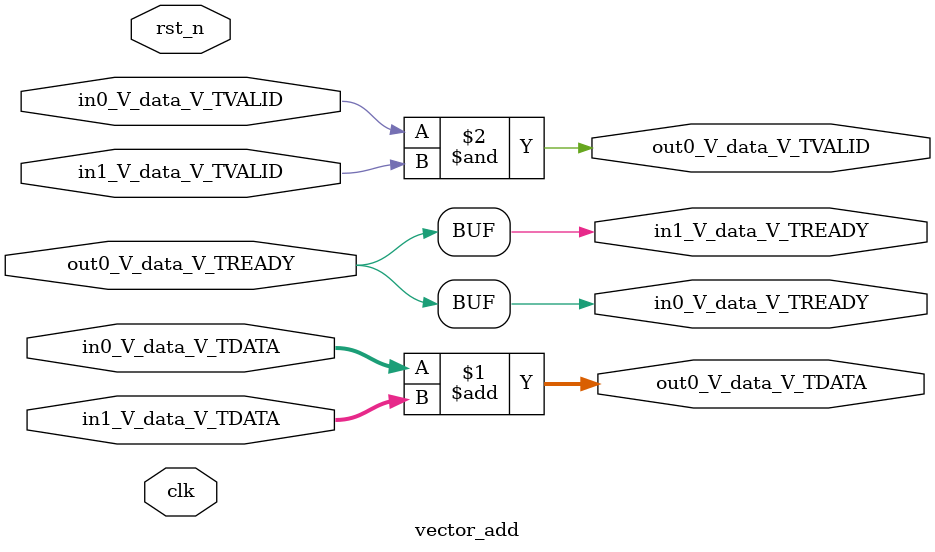
<source format=sv>

module vector_add #(
    parameter PE = 8
)(
    input wire clk,
    input wire rst_n,
    
    // AXI-Stream input 0
    input wire [63:0] in0_V_data_V_TDATA,
    input wire in0_V_data_V_TVALID,
    output wire in0_V_data_V_TREADY,
    
    // AXI-Stream input 1  
    input wire [63:0] in1_V_data_V_TDATA,
    input wire in1_V_data_V_TVALID,
    output wire in1_V_data_V_TREADY,
    
    // AXI-Stream output
    output wire [63:0] out0_V_data_V_TDATA,
    output wire out0_V_data_V_TVALID,
    input wire out0_V_data_V_TREADY
);

// Vector addition logic
assign out0_V_data_V_TDATA = in0_V_data_V_TDATA + in1_V_data_V_TDATA;
assign out0_V_data_V_TVALID = in0_V_data_V_TVALID & in1_V_data_V_TVALID;
assign in0_V_data_V_TREADY = out0_V_data_V_TREADY;
assign in1_V_data_V_TREADY = out0_V_data_V_TREADY;

endmodule
</source>
